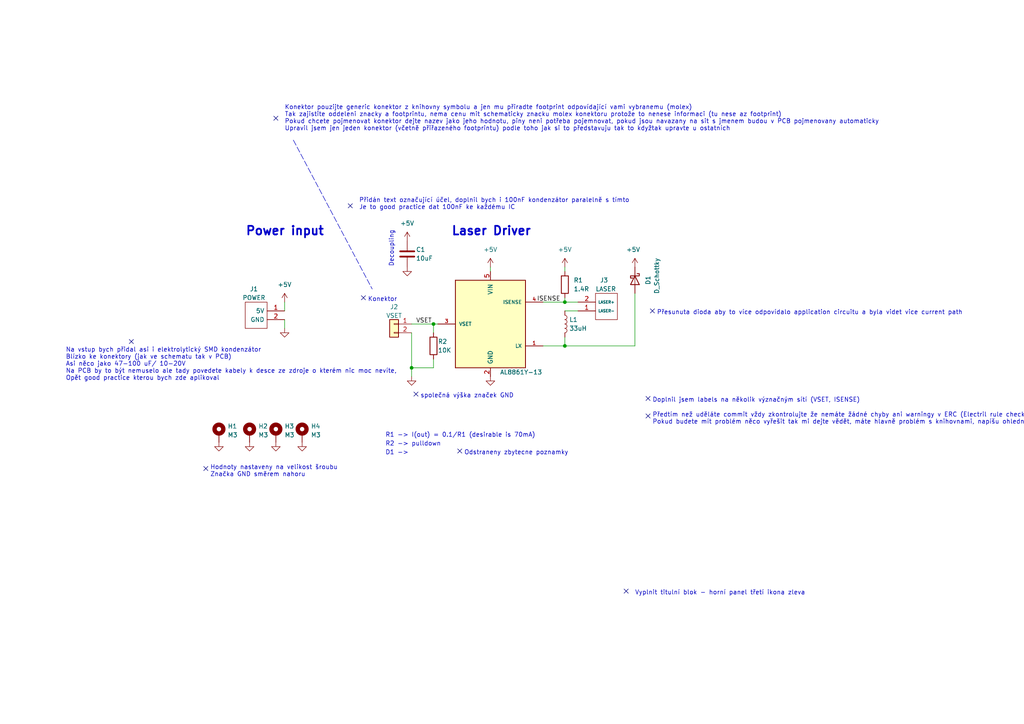
<source format=kicad_sch>
(kicad_sch (version 20211123) (generator eeschema)
  (paper "A4")
  (lib_symbols
    (symbol "105313-1102_1" (pin_names (offset 0.762))
      (property "Reference" "J1" (at -7.62 8.89 0))
      (property "Value" "POWER" (at -7.62 6.35 0))
      (symbol "105313-1102_1_0_0"
        (pin passive line (at 0 -2.54 0) (length 5.08) (name "5V") (number "1"))
        (pin passive line (at 0 0 0) (length 5.08) (name "GND") (number "2"))
      )
      (symbol "105313-1102_1_0_1"
        (polyline (pts (xy 5.08 2.54) (xy 11.43 2.54) (xy 11.43 -5.08) (xy 5.08 -5.08) (xy 5.08 2.54)) (stroke (width 0.1524)))
      )
    )
    (symbol "105313-1102_2" (pin_names (offset 0.762))
      (property "Reference" "J3" (at 11.43 0 0))
      (property "Value" "LASER" (at 11.43 -2.5399 0))
      (symbol "105313-1102_2_0_0"
        (pin passive line (at 0 -2.54 0) (length 5.08) (name "LASER-") (number "1"))
        (pin passive line (at 0 0 0) (length 5.08) (name "LASER+") (number "2"))
      )
      (symbol "105313-1102_2_0_1"
        (polyline (pts (xy 5.08 2.54) (xy 11.43 2.54) (xy 11.43 -5.08) (xy 5.08 -5.08) (xy 5.08 2.54)) (stroke (width 0.1524)))
      )
    )
    (symbol "AL8861Y-13:AL8861Y-13" (pin_names (offset 1.016))
      (property "Value" "AL8861Y-13" (at 8.89 -13.97 0))
      (symbol "AL8861Y-13_0_0"
        (rectangle (start -10.16 -12.7) (end 10.16 12.7) (stroke (width 0.254)) (fill (type background)))
        (pin passive line (at 15.24 -6.35 180) (length 5.08) (name "LX") (number "1"))
        (pin input line (at -15.24 0 0) (length 5.08) (name "VSET") (number "3"))
        (pin passive line (at 15.24 6.35 180) (length 5.08) (name "ISENSE") (number "4"))
      )
      (symbol "AL8861Y-13_1_1"
        (pin passive line (at 0 -15.24 90) (length 2.54) (name "GND") (number "2"))
        (pin power_in line (at 0 15.24 270) (length 2.54) (name "VIN") (number "5"))
      )
    )
    (symbol "Connector_Generic:Conn_01x02" (pin_names (offset 1.016) hide)
      (property "Reference" "J" (at 0 2.54 0))
      (property "Value" "Conn_01x02" (at 0 -5.08 0))
      (symbol "Conn_01x02_1_1"
        (rectangle (start -1.27 -2.413) (end 0 -2.667) (stroke (width 0.1524)))
        (rectangle (start -1.27 0.127) (end 0 -0.127) (stroke (width 0.1524)))
        (rectangle (start -1.27 1.27) (end 1.27 -3.81) (stroke (width 0.254)) (fill (type background)))
        (pin passive line (at -5.08 0 0) (length 3.81) (name "Pin_1") (number "1"))
        (pin passive line (at -5.08 -2.54 0) (length 3.81) (name "Pin_2") (number "2"))
      )
    )
    (symbol "Device:C" (pin_numbers hide) (pin_names (offset 0.254))
      (property "Reference" "C" (at 0.635 2.54 0))
      (property "Value" "C" (at 0.635 -2.54 0))
      (symbol "C_0_1"
        (polyline (pts (xy -2.032 -0.762) (xy 2.032 -0.762)) (stroke (width 0.508)))
        (polyline (pts (xy -2.032 0.762) (xy 2.032 0.762)) (stroke (width 0.508)))
      )
      (symbol "C_1_1"
        (pin passive line (at 0 3.81 270) (length 2.794) (name "~") (number "1"))
        (pin passive line (at 0 -3.81 90) (length 2.794) (name "~") (number "2"))
      )
    )
    (symbol "Device:D_Schottky" (pin_numbers hide) (pin_names (offset 1.016) hide)
      (property "Reference" "D" (at 0 2.54 0))
      (property "Value" "D_Schottky" (at 0 -2.54 0))
      (symbol "D_Schottky_0_1"
        (polyline (pts (xy 1.27 0) (xy -1.27 0)))
        (polyline (pts (xy 1.27 1.27) (xy 1.27 -1.27) (xy -1.27 0) (xy 1.27 1.27)) (stroke (width 0.254)))
        (polyline (pts (xy -1.905 0.635) (xy -1.905 1.27) (xy -1.27 1.27) (xy -1.27 -1.27) (xy -0.635 -1.27) (xy -0.635 -0.635)) (stroke (width 0.254)))
      )
      (symbol "D_Schottky_1_1"
        (pin passive line (at -3.81 0 0) (length 2.54) (name "K") (number "1"))
        (pin passive line (at 3.81 0 180) (length 2.54) (name "A") (number "2"))
      )
    )
    (symbol "Device:L" (pin_numbers hide) (pin_names (offset 1.016) hide)
      (property "Reference" "L" (at -1.27 0 90))
      (property "Value" "L" (at 1.905 0 90))
      (symbol "L_0_1"
        (arc (start 0 -2.54) (mid 0.635 -1.905) (end 0 -1.27))
        (arc (start 0 -1.27) (mid 0.635 -0.635) (end 0 0))
        (arc (start 0 0) (mid 0.635 0.635) (end 0 1.27))
        (arc (start 0 1.27) (mid 0.635 1.905) (end 0 2.54))
      )
      (symbol "L_1_1"
        (pin passive line (at 0 3.81 270) (length 1.27) (name "1") (number "1"))
        (pin passive line (at 0 -3.81 90) (length 1.27) (name "2") (number "2"))
      )
    )
    (symbol "Device:R" (pin_numbers hide) (pin_names (offset 0))
      (property "Reference" "R" (at 2.032 0 90))
      (property "Value" "R" (at 0 0 90))
      (symbol "R_0_1"
        (rectangle (start -1.016 -2.54) (end 1.016 2.54) (stroke (width 0.254)))
      )
      (symbol "R_1_1"
        (pin passive line (at 0 3.81 270) (length 1.27) (name "~") (number "1"))
        (pin passive line (at 0 -3.81 90) (length 1.27) (name "~") (number "2"))
      )
    )
    (symbol "Mechanical:MountingHole_Pad" (pin_numbers hide) (pin_names (offset 1.016) hide)
      (property "Reference" "H" (at 0 6.35 0))
      (property "Value" "MountingHole_Pad" (at 0 4.445 0))
      (symbol "MountingHole_Pad_0_1"
        (circle (center 0 1.27) (radius 1.27) (stroke (width 1.27)))
      )
      (symbol "MountingHole_Pad_1_1"
        (pin input line (at 0 -2.54 90) (length 2.54) (name "1") (number "1"))
      )
    )
    (symbol "power:+5V" (power) (pin_names (offset 0))
      (property "Value" "+5V" (at 0 3.556 0))
      (symbol "+5V_0_1"
        (polyline (pts (xy -0.762 1.27) (xy 0 2.54)))
        (polyline (pts (xy 0 0) (xy 0 2.54)))
        (polyline (pts (xy 0 2.54) (xy 0.762 1.27)))
      )
      (symbol "+5V_1_1"
        (pin power_in line (at 0 0 90) (length 0) hide (name "+5V") (number "1"))
      )
    )
    (symbol "power:GND" (power) (pin_names (offset 0))
      (property "Value" "GND" (at 0 -3.81 0))
      (symbol "GND_0_1"
        (polyline (pts (xy 0 0) (xy 0 -1.27) (xy 1.27 -1.27) (xy 0 -2.54) (xy -1.27 -1.27) (xy 0 -1.27)))
      )
      (symbol "GND_1_1"
        (pin power_in line (at 0 0 270) (length 0) hide (name "GND") (number "1"))
      )
    )
  )
  (junction (at 163.83 87.63))
  (junction (at 163.83 100.33))
  (junction (at 119.38 106.68))
  (junction (at 125.73 93.98))
  (no_connect (at 133.35 130.81))
  (no_connect (at 80.01 34.29))
  (no_connect (at 187.96 120.65))
  (no_connect (at 181.61 171.45))
  (no_connect (at 189.23 90.17))
  (no_connect (at 38.1 99.06))
  (no_connect (at 187.96 115.57))
  (no_connect (at 120.65 114.3))
  (no_connect (at 101.6 59.69))
  (no_connect (at 59.69 135.89))
  (no_connect (at 105.41 86.36))
  (wire (pts (xy 82.55 90.17) (xy 82.55 87.63)))
  (wire (pts (xy 163.83 90.17) (xy 167.64 90.17)))
  (wire (pts (xy 119.38 106.68) (xy 119.38 109.22)))
  (wire (pts (xy 119.38 106.68) (xy 125.73 106.68)))
  (wire (pts (xy 163.83 87.63) (xy 167.64 87.63)))
  (wire (pts (xy 125.73 106.68) (xy 125.73 104.14)))
  (wire (pts (xy 163.83 77.47) (xy 163.83 78.74)))
  (wire (pts (xy 184.15 85.09) (xy 184.15 100.33)))
  (wire (pts (xy 119.38 96.52) (xy 119.38 106.68)))
  (wire (pts (xy 157.48 100.33) (xy 163.83 100.33)))
  (wire (pts (xy 163.83 87.63) (xy 163.83 86.36)))
  (wire (pts (xy 125.73 93.98) (xy 127 93.98)))
  (wire (pts (xy 142.24 77.47) (xy 142.24 78.74)))
  (wire (pts (xy 119.38 93.98) (xy 125.73 93.98)))
  (wire (pts (xy 125.73 93.98) (xy 125.73 96.52)))
  (wire (pts (xy 163.83 100.33) (xy 163.83 97.79)))
  (wire (pts (xy 82.55 92.71) (xy 82.55 95.25)))
  (wire (pts (xy 157.48 87.63) (xy 163.83 87.63)))
  (wire (pts (xy 184.15 100.33) (xy 163.83 100.33)))
  (polyline (pts (xy 85.09 40.64) (xy 107.95 83.82)))
  (text "Přidán text označující účel, doplnil bych i 100nF kondenzátor paralelně s tímto\nJe to good practice dat 100nF ke každému IC" (at 104.14 60.96 0) (effects (font (size 1.27 1.27)) (justify left bottom)))
  (text "Hodnoty nastaveny na velikost šroubu\nZnačka GND směrem nahoru" (at 60.96 138.43 0) (effects (font (size 1.27 1.27)) (justify left bottom)))
  (text "D1 -> " (at 111.76 132.08 0) (effects (font (size 1.27 1.27)) (justify left bottom)))
  (text "R2 -> pulldown" (at 111.76 129.54 0) (effects (font (size 1.27 1.27)) (justify left bottom)))
  (text "R1 -> I(out) = 0.1/R1 (desirable is 70mA)" (at 111.76 127 0) (effects (font (size 1.27 1.27)) (justify left bottom)))
  (text "Konektor" (at 106.68 87.63 0) (effects (font (size 1.27 1.27)) (justify left bottom)))
  (text "Předtím než uděláte commit vždy zkontrolujte že nemáte žádné chyby ani warningy v ERC (Electril rule check) - horní panel 5. zprava\nPokud budete mít problém něco vyřešit tak mi dejte vědět, máte hlavně problém s knihovnami, napíšu ohledně toho do chatu" (at 189.23 123.19 0) (effects (font (size 1.27 1.27)) (justify left bottom)))
  (text "Odstraneny zbytecne poznamky" (at 134.62 132.08 0) (effects (font (size 1.27 1.27)) (justify left bottom)))
  (text "Na vstup bych přidal asi i elektrolytický SMD kondenzátor\nBlízko ke konektory (jak ve schematu tak v PCB)\nAsi něco jako 47-100 uF/ 10-20V\nNa PCB by to být nemuselo ale tady povedete kabely k desce ze zdroje o kterém nic moc nevíte,\nOpět good practice kterou bych zde aplikoval" (at 19.05 110.49 0) (effects (font (size 1.27 1.27)) (justify left bottom)))
  (text "Decoupling" (at 114.3 77.47 90) (effects (font (size 1.27 1.27)) (justify left bottom)))
  (text "společná výška značek GND" (at 121.92 115.57 0) (effects (font (size 1.27 1.27)) (justify left bottom)))
  (text "Vyplnit titulní blok - horní panel třetí ikona zleva" (at 184.15 172.72 0) (effects (font (size 1.27 1.27)) (justify left bottom)))
  (text "Přesunuta dioda aby to více odpovídalo application circuitu a byla videt vice current path" (at 190.5 91.44 0) (effects (font (size 1.27 1.27)) (justify left bottom)))
  (text "Konektor pouzijte generic konektor z knihovny symbolu a jen mu přiradte footprint odpovídající vami vybranemu (molex)\nTak zajistite oddeleni znacky a footprintu, nema cenu mit schematicky znacku molex konektoru protože to nenese informaci (tu nese az footprint)\nPokud chcete pojmenovat konektor dejte nazev jako jeho hodnotu, piny neni potřeba pojemnovat, pokud jsou navazany na sit s jmenem budou v PCB pojmenovany automaticky\nUpravil jsem jen jeden konektor (včetně přiřazeného footprintu) podle toho jak si to představuju tak to kdyžtak upravte u ostatních" (at 82.55 38.1 0) (effects (font (size 1.27 1.27)) (justify left bottom)))
  (text "Laser Driver" (at 130.81 68.58 0) (effects (font (size 2.5 2.5) (thickness 0.5) bold) (justify left bottom)))
  (text "Doplnil jsem labels na několik význačným sítí (VSET, ISENSE)" (at 189.23 116.84 0) (effects (font (size 1.27 1.27)) (justify left bottom)))
  (text "Power input" (at 71.12 68.58 0) (effects (font (size 2.5 2.5) (thickness 0.5) bold) (justify left bottom)))
  (label "VSET" (at 120.65 93.98 0))
  (label "ISENSE" (at 162.56 87.63 180))
  (symbol (lib_id "power:GND") (at 63.5 128.27 0) (unit 1)
    (property "Reference" "#PWR0111" (effects hide))
    (property "Value" "GND" (effects hide))
  )
  (symbol (lib_id "power:GND") (at 142.24 109.22 0) (unit 1)
    (property "Reference" "#PWR0109" (effects hide))
    (property "Value" "GND" (effects hide))
  )
  (symbol (lib_id "Mechanical:MountingHole_Pad") (at 72.39 125.73 0) (unit 1)
    (property "Reference" "H2" (at 74.93 123.6253 0) (effects (justify left)))
    (property "Value" "M3" (at 74.93 126.1622 0) (effects (justify left)))
    (property "Footprint" "MountingHole:MountingHole_3.2mm_M3_Pad_Via" (effects hide))
  )
  (symbol (lib_id "Device:R") (at 163.83 82.55 0) (unit 1)
    (property "Reference" "R1" (at 166.37 81.2799 0) (effects (justify left)))
    (property "Value" "1.4R" (at 166.37 83.8199 0) (effects (justify left)))
    (property "Footprint" "Resistor_SMD:R_1206_3216Metric_Pad1.30x1.75mm_HandSolder" (effects hide))
    (property "Datasheet" "https://cz.mouser.com/datasheet/2/427/crcwhpe3-1713858.pdf" (effects hide))
    (property "Description" "Pulse Proof, High Power Thick Film Chip Resistors" (effects hide))
    (property "Height" "0.5" (effects hide))
    (property "Manufacturer_Name" "Vishay" (effects hide))
    (property "Manufacturer_Part_Number" "CRCW12061R40FKEAHP" (effects hide))
    (property "Mouser Part Number" "71-CRCW12061R40FKEAH" (effects hide))
    (property "Mouser Price/Stock" "https://cz.mouser.com/ProductDetail/Vishay-Dale/CRCW12061R40FKEAHP?qs=sGAEpiMZZMtlubZbdhIBIKX7RhrzB5EAcpOpcfNegIg%3D" (effects hide))
  )
  (symbol (lib_id "power:GND") (at 82.55 95.25 0) (unit 1)
    (property "Reference" "#PWR0104" (effects hide))
    (property "Value" "GND" (effects hide))
  )
  (symbol (lib_id "Device:C") (at 118.11 73.66 0) (unit 1)
    (property "Reference" "C1" (at 120.65 72.39 0) (effects (justify left)))
    (property "Value" "10uF" (at 120.65 74.93 0) (effects (justify left)))
    (property "Footprint" "Capacitor_SMD:C_1206_3216Metric_Pad1.33x1.80mm_HandSolder" (effects hide))
    (property "Datasheet" "https://cz.mouser.com/datasheet/2/40/AVXC_S_A0011739160_1-2538294.pdf" (effects hide))
    (property "Description" "Niobium Oxide Capacitor - low ESR" (effects hide))
    (property "Height" "1.6" (effects hide))
    (property "Manufacturer_Name" "Kyocera AVX" (effects hide))
    (property "Manufacturer_Part_Number" "NOSA106M006R0800" (effects hide))
    (property "Mouser Part Number" "581-NOSA106M006R0800" (effects hide))
    (property "Mouser Price/Stock" "https://cz.mouser.com/ProductDetail/Kyocera-AVX/NOSA106M006R0800?qs=lf4nBRBu87N2KPP%2FFTCh%2Fg%3D%3D" (effects hide))
  )
  (symbol (lib_id "AL8861Y-13:AL8861Y-13") (at 142.24 93.98 0) (unit 1)
    (property "Reference" "U0" (effects hide))
    (property "Value" "AL8861Y-13" (at 151.13 107.95 0))
    (property "Footprint" "Package_TO_SOT_SMD:SOT-89-5" (effects hide))
    (property "Manufacturer_Name" "Diodes Incorporated" (effects hide))
  )
  (symbol (lib_id "Mechanical:MountingHole_Pad") (at 87.63 125.73 0) (unit 1)
    (property "Reference" "H4" (at 90.17 123.6253 0) (effects (justify left)))
    (property "Value" "M3" (at 90.17 126.1622 0) (effects (justify left)))
    (property "Footprint" "MountingHole:MountingHole_3.2mm_M3_Pad_Via" (effects hide))
  )
  (symbol (lib_name "105313-1102_2") (lib_id "Mouser:105313-1102") (at 167.64 87.63 0) (unit 1)
    (property "Reference" "J3" (at 173.99 81.28 0) (effects (justify left)))
    (property "Value" "LASER" (at 172.72 83.82 0) (effects (justify left)))
    (property "Footprint" "Connector_Molex:Molex_Nano-Fit_105313-xx02_1x02_P2.50mm_Horizontal" (effects hide))
    (property "Datasheet" "https://www.molex.com/molex/products/datasheet.jsp?part=active/1053131102_PCB_HEADERS.xml&channel=Products&Lang=en-US" (effects hide))
    (property "Description" "Molex Nano-Fit 105313, 2.5mm Pitch, 2 Way, 1 Row, Right Angle PCB Header, Through Hole" (effects hide))
    (property "Height" "6.84" (effects hide))
    (property "Mouser Part Number" "538-105313-1102" (effects hide))
    (property "Mouser Price/Stock" "https://www.mouser.co.uk/ProductDetail/Molex/105313-1102?qs=PqFvFmEiOr7V6NoGOXhDtg%3D%3D" (effects hide))
    (property "Manufacturer_Name" "Molex" (effects hide))
    (property "Manufacturer_Part_Number" "105313-1102" (effects hide))
  )
  (symbol (lib_id "power:GND") (at 119.38 109.22 0) (unit 1)
    (property "Reference" "#PWR0101" (effects hide))
    (property "Value" "GND" (effects hide))
  )
  (symbol (lib_id "Device:R") (at 125.73 100.33 0) (unit 1)
    (property "Reference" "R2" (at 127 99.06 0) (effects (justify left)))
    (property "Value" "10K" (at 127 101.6 0) (effects (justify left)))
    (property "Footprint" "Resistor_SMD:R_1206_3216Metric_Pad1.30x1.75mm_HandSolder" (effects hide))
    (property "Datasheet" "https://cz.mouser.com/datasheet/2/427/crma-1765222.pdf" (effects hide))
    (property "Description" "Thick Film Chip Resistors, High Voltage" (effects hide))
    (property "Height" "0.64" (effects hide))
    (property "Manufacturer_Name" "Vishay" (effects hide))
    (property "Manufacturer_Part_Number" "CRMA1206AF10M0DKEF" (effects hide))
    (property "Mouser Part Number" "71-CRMA1206AF10M0DKF" (effects hide))
    (property "Mouser Price/Stock" "https://cz.mouser.com/ProductDetail/Vishay/CRMA1206AF10M0DKEF?qs=sGAEpiMZZMtlubZbdhIBIBxun8lRlHAq%2FIz2krH0LIo%3D" (effects hide))
  )
  (symbol (lib_id "Device:L") (at 163.83 93.98 0) (unit 1)
    (property "Reference" "L1" (at 165.1 92.7099 0) (effects (justify left)))
    (property "Value" "33uH" (at 165.1 95.2499 0) (effects (justify left)))
    (property "Footprint" "Custom:4800S" (effects hide))
    (property "Datasheet" "https://search.murata.co.jp/Ceramy/image/img/P02A/kmp_4800s.pdf" (effects hide))
    (property "Description" "Shielded Surface Mount Power Inductor" (effects hide))
    (property "Height" "6" (effects hide))
    (property "Manufacturer_Name" "Murata" (effects hide))
    (property "Manufacturer_Part_Number" "48330SC" (effects hide))
    (property "Mouser Part Number" "580-48330SC" (effects hide))
    (property "Mouser Price/Stock" "https://cz.mouser.com/ProductDetail/Murata-Power-Solutions/48330SC?qs=ocmcTMnGEDhjG7rGQPBfBw%3D%3D" (effects hide))
  )
  (symbol (lib_id "power:+5V") (at 118.11 69.85 0) (unit 1)
    (property "Reference" "#PWR0105" (effects hide))
    (property "Value" "+5V" (at 118.11 64.77 0))
  )
  (symbol (lib_id "Mechanical:MountingHole_Pad") (at 63.5 125.73 0) (unit 1)
    (property "Reference" "H1" (at 66.04 123.6253 0) (effects (justify left)))
    (property "Value" "M3" (at 66.04 126.1622 0) (effects (justify left)))
    (property "Footprint" "MountingHole:MountingHole_3.2mm_M3_Pad_Via" (effects hide))
  )
  (symbol (lib_id "Device:D_Schottky") (at 184.15 81.28 270) (unit 1)
    (property "Reference" "D1" (at 187.96 81.28 0))
    (property "Value" "D_Schottky" (at 190.5 80.01 0))
    (property "Footprint" "Diode_SMD:D_SOD-123F" (effects hide))
    (property "Datasheet" "https://cz.mouser.com/datasheet/2/427/sl02-2898123.pdf" (effects hide))
    (property "Description" "Schottky Rectifier Surface-Mount " (effects hide))
    (property "Manufacturer_Name" "Vishay" (effects hide))
    (property "Manufacturer_Part_Number" "SL02-GS08" (effects hide))
    (property "Mouser Part Number" "78-SL02" (effects hide))
    (property "Mouser Price/Stock" "https://cz.mouser.com/ProductDetail/Vishay-Semiconductors/SL02-GS08?qs=VyI7xC7jlbxcLcoe289VUw%3D%3D" (effects hide))
  )
  (symbol (lib_id "Connector_Generic:Conn_01x02") (at 114.3 93.98 0) (mirror y) (unit 1)
    (property "Reference" "J2" (at 114.3 89.0102 0))
    (property "Value" "VSET" (at 114.3 91.5471 0))
    (property "Footprint" "Connector_Molex:Molex_Nano-Fit_105313-xx02_1x02_P2.50mm_Horizontal" (effects hide))
  )
  (symbol (lib_id "power:GND") (at 118.11 77.47 0) (unit 1)
    (property "Reference" "#PWR0106" (effects hide))
    (property "Value" "GND" (effects hide))
  )
  (symbol (lib_id "power:+5V") (at 163.83 77.47 0) (unit 1)
    (property "Reference" "#PWR0108" (effects hide))
    (property "Value" "+5V" (at 163.83 72.39 0))
  )
  (symbol (lib_id "power:+5V") (at 82.55 87.63 0) (unit 1)
    (property "Reference" "#PWR0107" (effects hide))
    (property "Value" "+5V" (at 82.55 82.55 0))
  )
  (symbol (lib_id "power:GND") (at 72.39 128.27 0) (unit 1)
    (property "Reference" "#PWR0112" (effects hide))
    (property "Value" "GND" (effects hide))
  )
  (symbol (lib_id "power:+5V") (at 184.15 77.47 0) (unit 1)
    (property "Reference" "#PWR0102" (effects hide))
    (property "Value" "+5V" (at 181.61 72.39 0) (effects (justify left)))
  )
  (symbol (lib_name "105313-1102_1") (lib_id "Mouser:105313-1102") (at 82.55 92.71 180) (unit 1)
    (property "Reference" "J1" (at 73.66 83.82 0))
    (property "Value" "POWER" (at 73.66 86.36 0))
    (property "Footprint" "Connector_Molex:Molex_Nano-Fit_105313-xx02_1x02_P2.50mm_Horizontal" (effects hide))
    (property "Datasheet" "https://www.molex.com/molex/products/datasheet.jsp?part=active/1053131102_PCB_HEADERS.xml&channel=Products&Lang=en-US" (effects hide))
    (property "Description" "Molex Nano-Fit 105313, 2.5mm Pitch, 2 Way, 1 Row, Right Angle PCB Header, Through Hole" (effects hide))
    (property "Height" "6.84" (effects hide))
    (property "Mouser Part Number" "538-105313-1102" (effects hide))
    (property "Mouser Price/Stock" "https://www.mouser.co.uk/ProductDetail/Molex/105313-1102?qs=PqFvFmEiOr7V6NoGOXhDtg%3D%3D" (effects hide))
    (property "Manufacturer_Name" "Molex" (effects hide))
    (property "Manufacturer_Part_Number" "105313-1102" (effects hide))
  )
  (symbol (lib_id "Mechanical:MountingHole_Pad") (at 80.01 125.73 0) (unit 1)
    (property "Reference" "H3" (at 82.55 123.6253 0) (effects (justify left)))
    (property "Value" "M3" (at 82.55 126.1622 0) (effects (justify left)))
    (property "Footprint" "MountingHole:MountingHole_3.2mm_M3_Pad_Via" (effects hide))
  )
  (symbol (lib_id "power:GND") (at 80.01 128.27 0) (unit 1)
    (property "Reference" "#PWR0110" (effects hide))
    (property "Value" "GND" (effects hide))
  )
  (symbol (lib_id "power:+5V") (at 142.24 77.47 0) (unit 1)
    (property "Reference" "#PWR0103" (effects hide))
    (property "Value" "+5V" (at 142.24 72.39 0))
  )
  (symbol (lib_id "power:GND") (at 87.63 128.27 0) (unit 1)
    (property "Reference" "#PWR0113" (effects hide))
    (property "Value" "GND" (effects hide))
  )
)
</source>
